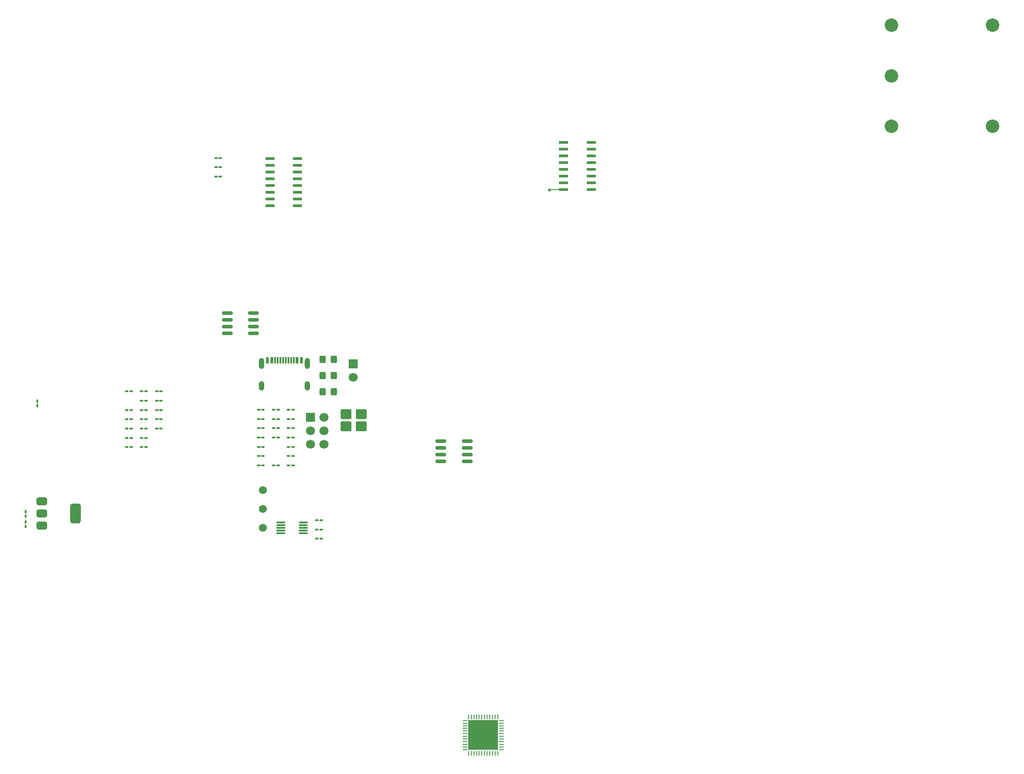
<source format=gbr>
%TF.GenerationSoftware,KiCad,Pcbnew,9.0.4*%
%TF.CreationDate,2025-09-29T16:45:49+02:00*%
%TF.ProjectId,gpsdo,67707364-6f2e-46b6-9963-61645f706362,rev?*%
%TF.SameCoordinates,Original*%
%TF.FileFunction,Copper,L1,Top*%
%TF.FilePolarity,Positive*%
%FSLAX46Y46*%
G04 Gerber Fmt 4.6, Leading zero omitted, Abs format (unit mm)*
G04 Created by KiCad (PCBNEW 9.0.4) date 2025-09-29 16:45:49*
%MOMM*%
%LPD*%
G01*
G04 APERTURE LIST*
G04 Aperture macros list*
%AMRoundRect*
0 Rectangle with rounded corners*
0 $1 Rounding radius*
0 $2 $3 $4 $5 $6 $7 $8 $9 X,Y pos of 4 corners*
0 Add a 4 corners polygon primitive as box body*
4,1,4,$2,$3,$4,$5,$6,$7,$8,$9,$2,$3,0*
0 Add four circle primitives for the rounded corners*
1,1,$1+$1,$2,$3*
1,1,$1+$1,$4,$5*
1,1,$1+$1,$6,$7*
1,1,$1+$1,$8,$9*
0 Add four rect primitives between the rounded corners*
20,1,$1+$1,$2,$3,$4,$5,0*
20,1,$1+$1,$4,$5,$6,$7,0*
20,1,$1+$1,$6,$7,$8,$9,0*
20,1,$1+$1,$8,$9,$2,$3,0*%
G04 Aperture macros list end*
%TA.AperFunction,SMDPad,CuDef*%
%ADD10RoundRect,0.250000X-0.800000X-0.650000X0.800000X-0.650000X0.800000X0.650000X-0.800000X0.650000X0*%
%TD*%
%TA.AperFunction,SMDPad,CuDef*%
%ADD11RoundRect,0.375000X-0.625000X-0.375000X0.625000X-0.375000X0.625000X0.375000X-0.625000X0.375000X0*%
%TD*%
%TA.AperFunction,SMDPad,CuDef*%
%ADD12RoundRect,0.500000X-0.500000X-1.400000X0.500000X-1.400000X0.500000X1.400000X-0.500000X1.400000X0*%
%TD*%
%TA.AperFunction,SMDPad,CuDef*%
%ADD13RoundRect,0.062500X-0.375000X-0.062500X0.375000X-0.062500X0.375000X0.062500X-0.375000X0.062500X0*%
%TD*%
%TA.AperFunction,SMDPad,CuDef*%
%ADD14RoundRect,0.062500X-0.062500X-0.375000X0.062500X-0.375000X0.062500X0.375000X-0.062500X0.375000X0*%
%TD*%
%TA.AperFunction,HeatsinkPad*%
%ADD15R,5.600000X5.600000*%
%TD*%
%TA.AperFunction,SMDPad,CuDef*%
%ADD16RoundRect,0.150000X-0.825000X-0.150000X0.825000X-0.150000X0.825000X0.150000X-0.825000X0.150000X0*%
%TD*%
%TA.AperFunction,SMDPad,CuDef*%
%ADD17RoundRect,0.087500X-0.725000X-0.087500X0.725000X-0.087500X0.725000X0.087500X-0.725000X0.087500X0*%
%TD*%
%TA.AperFunction,SMDPad,CuDef*%
%ADD18C,1.500000*%
%TD*%
%TA.AperFunction,SMDPad,CuDef*%
%ADD19RoundRect,0.100000X-0.217500X-0.100000X0.217500X-0.100000X0.217500X0.100000X-0.217500X0.100000X0*%
%TD*%
%TA.AperFunction,SMDPad,CuDef*%
%ADD20R,0.600000X1.240000*%
%TD*%
%TA.AperFunction,SMDPad,CuDef*%
%ADD21R,0.300000X1.240000*%
%TD*%
%TA.AperFunction,HeatsinkPad*%
%ADD22O,1.000000X2.100000*%
%TD*%
%TA.AperFunction,HeatsinkPad*%
%ADD23O,1.000000X1.800000*%
%TD*%
%TA.AperFunction,ComponentPad*%
%ADD24R,1.700000X1.700000*%
%TD*%
%TA.AperFunction,ComponentPad*%
%ADD25C,1.700000*%
%TD*%
%TA.AperFunction,SMDPad,CuDef*%
%ADD26RoundRect,0.250000X-0.325000X-0.450000X0.325000X-0.450000X0.325000X0.450000X-0.325000X0.450000X0*%
%TD*%
%TA.AperFunction,SMDPad,CuDef*%
%ADD27RoundRect,0.100000X-0.100000X0.217500X-0.100000X-0.217500X0.100000X-0.217500X0.100000X0.217500X0*%
%TD*%
%TA.AperFunction,SMDPad,CuDef*%
%ADD28RoundRect,0.100000X0.100000X-0.217500X0.100000X0.217500X-0.100000X0.217500X-0.100000X-0.217500X0*%
%TD*%
%TA.AperFunction,SMDPad,CuDef*%
%ADD29R,1.701800X0.533400*%
%TD*%
%TA.AperFunction,ComponentPad*%
%ADD30C,2.540000*%
%TD*%
%TA.AperFunction,ViaPad*%
%ADD31C,0.600000*%
%TD*%
%TA.AperFunction,Conductor*%
%ADD32C,0.200000*%
%TD*%
G04 APERTURE END LIST*
D10*
%TO.P,X1,1,1*%
%TO.N,OSC_IN*%
X78142500Y-123565000D03*
%TO.P,X1,2,2*%
%TO.N,GND*%
X81042500Y-123565000D03*
%TO.P,X1,3,3*%
%TO.N,OSC_OUT*%
X81042500Y-121265000D03*
%TO.P,X1,4,4*%
%TO.N,GND*%
X78142500Y-121265000D03*
%TD*%
D11*
%TO.P,U7,1,GND*%
%TO.N,GND*%
X20850000Y-137700000D03*
%TO.P,U7,2,VO*%
%TO.N,VDDA_3V3*%
X20850000Y-140000000D03*
D12*
X27150000Y-140000000D03*
D11*
%TO.P,U7,3,VI*%
%TO.N,VCC_5V*%
X20850000Y-142300000D03*
%TD*%
D13*
%TO.P,U6,1,VBAT*%
%TO.N,VDDA_3V3*%
X100562500Y-179000000D03*
%TO.P,U6,2,PC13*%
%TO.N,unconnected-(U6-PC13-Pad2)*%
X100562500Y-179500000D03*
%TO.P,U6,3,PC14*%
%TO.N,unconnected-(U6-PC14-Pad3)*%
X100562500Y-180000000D03*
%TO.P,U6,4,PC15*%
%TO.N,unconnected-(U6-PC15-Pad4)*%
X100562500Y-180500000D03*
%TO.P,U6,5,PH0*%
%TO.N,OSC_IN*%
X100562500Y-181000000D03*
%TO.P,U6,6,PH1*%
%TO.N,OSC_OUT*%
X100562500Y-181500000D03*
%TO.P,U6,7,NRST*%
%TO.N,NRST*%
X100562500Y-182000000D03*
%TO.P,U6,8,VSSA*%
%TO.N,GND*%
X100562500Y-182500000D03*
%TO.P,U6,9,VDDA*%
%TO.N,VDDA_3V3*%
X100562500Y-183000000D03*
%TO.P,U6,10,PA0*%
%TO.N,PPS_3V3*%
X100562500Y-183500000D03*
%TO.P,U6,11,PA1*%
%TO.N,OCXO_Vref*%
X100562500Y-184000000D03*
%TO.P,U6,12,PA2*%
%TO.N,LED1*%
X100562500Y-184500000D03*
D14*
%TO.P,U6,13,PA3*%
%TO.N,LED2*%
X101250000Y-185187500D03*
%TO.P,U6,14,PA4*%
%TO.N,AD5541A_CS*%
X101750000Y-185187500D03*
%TO.P,U6,15,PA5*%
%TO.N,AD5541A_SCLK*%
X102250000Y-185187500D03*
%TO.P,U6,16,PA6*%
%TO.N,unconnected-(U6-PA6-Pad16)*%
X102750000Y-185187500D03*
%TO.P,U6,17,PA7*%
%TO.N,AD5541A_DIN*%
X103250000Y-185187500D03*
%TO.P,U6,18,PB0*%
%TO.N,unconnected-(U6-PB0-Pad18)*%
X103750000Y-185187500D03*
%TO.P,U6,19,PB1*%
%TO.N,unconnected-(U6-PB1-Pad19)*%
X104250000Y-185187500D03*
%TO.P,U6,20,PB2*%
%TO.N,unconnected-(U6-PB2-Pad20)*%
X104750000Y-185187500D03*
%TO.P,U6,21,PB10*%
%TO.N,unconnected-(U6-PB10-Pad21)*%
X105250000Y-185187500D03*
%TO.P,U6,22,VCAP1*%
%TO.N,Net-(U6-VCAP1)*%
X105750000Y-185187500D03*
%TO.P,U6,23,VSS*%
%TO.N,GND*%
X106250000Y-185187500D03*
%TO.P,U6,24,VDD*%
%TO.N,VDDA_3V3*%
X106750000Y-185187500D03*
D13*
%TO.P,U6,25,PB12*%
%TO.N,unconnected-(U6-PB12-Pad25)*%
X107437500Y-184500000D03*
%TO.P,U6,26,PB13*%
%TO.N,unconnected-(U6-PB13-Pad26)*%
X107437500Y-184000000D03*
%TO.P,U6,27,PB14*%
%TO.N,unconnected-(U6-PB14-Pad27)*%
X107437500Y-183500000D03*
%TO.P,U6,28,PB15*%
%TO.N,unconnected-(U6-PB15-Pad28)*%
X107437500Y-183000000D03*
%TO.P,U6,29,PA8*%
%TO.N,OCXO_625KHZ_3V3*%
X107437500Y-182500000D03*
%TO.P,U6,30,PA9*%
%TO.N,unconnected-(U6-PA9-Pad30)*%
X107437500Y-182000000D03*
%TO.P,U6,31,PA10*%
%TO.N,unconnected-(U6-PA10-Pad31)*%
X107437500Y-181500000D03*
%TO.P,U6,32,PA11*%
%TO.N,USB_DM*%
X107437500Y-181000000D03*
%TO.P,U6,33,PA12*%
%TO.N,USB_DP*%
X107437500Y-180500000D03*
%TO.P,U6,34,PA13*%
%TO.N,SWDIO*%
X107437500Y-180000000D03*
%TO.P,U6,35,VSS*%
%TO.N,GND*%
X107437500Y-179500000D03*
%TO.P,U6,36,VDD*%
%TO.N,VDDA_3V3*%
X107437500Y-179000000D03*
D14*
%TO.P,U6,37,PA14*%
%TO.N,SWCLK*%
X106750000Y-178312500D03*
%TO.P,U6,38,PA15*%
%TO.N,unconnected-(U6-PA15-Pad38)*%
X106250000Y-178312500D03*
%TO.P,U6,39,PB3*%
%TO.N,SWO*%
X105750000Y-178312500D03*
%TO.P,U6,40,PB4*%
%TO.N,unconnected-(U6-PB4-Pad40)*%
X105250000Y-178312500D03*
%TO.P,U6,41,PB5*%
%TO.N,unconnected-(U6-PB5-Pad41)*%
X104750000Y-178312500D03*
%TO.P,U6,42,PB6*%
%TO.N,unconnected-(U6-PB6-Pad42)*%
X104250000Y-178312500D03*
%TO.P,U6,43,PB7*%
%TO.N,unconnected-(U6-PB7-Pad43)*%
X103750000Y-178312500D03*
%TO.P,U6,44,BOOT0*%
%TO.N,Net-(U6-BOOT0)*%
X103250000Y-178312500D03*
%TO.P,U6,45,PB8*%
%TO.N,unconnected-(U6-PB8-Pad45)*%
X102750000Y-178312500D03*
%TO.P,U6,46,PB9*%
%TO.N,unconnected-(U6-PB9-Pad46)*%
X102250000Y-178312500D03*
%TO.P,U6,47,VSS*%
%TO.N,GND*%
X101750000Y-178312500D03*
%TO.P,U6,48,VDD*%
%TO.N,VDDA_3V3*%
X101250000Y-178312500D03*
D15*
%TO.P,U6,49,VSS*%
%TO.N,GND*%
X104000000Y-181750000D03*
%TD*%
D16*
%TO.P,U5,1,NC*%
%TO.N,unconnected-(U5-NC-Pad1)*%
X96025000Y-126345000D03*
%TO.P,U5,2,-*%
%TO.N,V_OCXO_Buffer*%
X96025000Y-127615000D03*
%TO.P,U5,3,+*%
%TO.N,Net-(U5-+)*%
X96025000Y-128885000D03*
%TO.P,U5,4,V-*%
%TO.N,GND*%
X96025000Y-130155000D03*
%TO.P,U5,5,NC*%
%TO.N,unconnected-(U5-NC-Pad5)*%
X100975000Y-130155000D03*
%TO.P,U5,6*%
%TO.N,V_OCXO_Buffer*%
X100975000Y-128885000D03*
%TO.P,U5,7,V+*%
%TO.N,VCC_5V*%
X100975000Y-127615000D03*
%TO.P,U5,8,NC*%
%TO.N,unconnected-(U5-NC-Pad8)*%
X100975000Y-126345000D03*
%TD*%
D17*
%TO.P,U4,1,VDD*%
%TO.N,Net-(U4-VDD)*%
X65845000Y-141700000D03*
%TO.P,U4,2,VOUT*%
%TO.N,OCXO_Vref*%
X65845000Y-142200000D03*
%TO.P,U4,3,AGND*%
%TO.N,GND*%
X65845000Y-142700000D03*
%TO.P,U4,4,REF*%
%TO.N,DAC_Vref*%
X65845000Y-143200000D03*
%TO.P,U4,5,CS*%
%TO.N,AD5541A_CS*%
X65845000Y-143700000D03*
%TO.P,U4,6,SCLK*%
%TO.N,Net-(U4-SCLK)*%
X70070000Y-143700000D03*
%TO.P,U4,7,DIN*%
%TO.N,Net-(U4-DIN)*%
X70070000Y-143200000D03*
%TO.P,U4,8,LDAC*%
%TO.N,GND*%
X70070000Y-142700000D03*
%TO.P,U4,9,DGND*%
X70070000Y-142200000D03*
%TO.P,U4,10,VLOGIC*%
%TO.N,VDDA_3V3*%
X70070000Y-141700000D03*
%TD*%
D16*
%TO.P,U3,1,DNC*%
%TO.N,unconnected-(U3-DNC-Pad1)*%
X55800000Y-102190000D03*
%TO.P,U3,2,Vin*%
%TO.N,VCC_5V*%
X55800000Y-103460000D03*
%TO.P,U3,3,Temp*%
%TO.N,unconnected-(U3-Temp-Pad3)*%
X55800000Y-104730000D03*
%TO.P,U3,4,GND*%
%TO.N,GND*%
X55800000Y-106000000D03*
%TO.P,U3,5,Trim/NR*%
%TO.N,Net-(U3-Trim{slash}NR)*%
X60750000Y-106000000D03*
%TO.P,U3,6,Vout*%
%TO.N,Net-(U3-Vout)*%
X60750000Y-104730000D03*
%TO.P,U3,7,NC*%
%TO.N,unconnected-(U3-NC-Pad7)*%
X60750000Y-103460000D03*
%TO.P,U3,8,DNC*%
%TO.N,unconnected-(U3-DNC-Pad8)*%
X60750000Y-102190000D03*
%TD*%
D18*
%TO.P,TP3,1,1*%
%TO.N,DAC_Vref*%
X62477500Y-142670000D03*
%TD*%
%TO.P,TP2,1,1*%
%TO.N,OCXO_625KHZ_5V*%
X62477500Y-139120000D03*
%TD*%
%TO.P,TP1,1,1*%
%TO.N,Net-(OSC5A2B1-Vref)*%
X62477500Y-135570000D03*
%TD*%
D19*
%TO.P,R16,1*%
%TO.N,VCC_5V*%
X67320000Y-130920000D03*
%TO.P,R16,2*%
%TO.N,Net-(J3-CC2)*%
X68135000Y-130920000D03*
%TD*%
%TO.P,R15,1*%
%TO.N,VCC_5V*%
X67320000Y-129170000D03*
%TO.P,R15,2*%
%TO.N,Net-(J3-CC1)*%
X68135000Y-129170000D03*
%TD*%
%TO.P,R14,1*%
%TO.N,GND*%
X67320000Y-127420000D03*
%TO.P,R14,2*%
%TO.N,Net-(D3-K)*%
X68135000Y-127420000D03*
%TD*%
%TO.P,R13,1*%
%TO.N,LED2*%
X67320000Y-125670000D03*
%TO.P,R13,2*%
%TO.N,Net-(D2-K)*%
X68135000Y-125670000D03*
%TD*%
%TO.P,R12,1*%
%TO.N,LED1*%
X67320000Y-123920000D03*
%TO.P,R12,2*%
%TO.N,Net-(D1-K)*%
X68135000Y-123920000D03*
%TD*%
%TO.P,R11,1*%
%TO.N,PPS_3V3*%
X67320000Y-122170000D03*
%TO.P,R11,2*%
%TO.N,GND*%
X68135000Y-122170000D03*
%TD*%
%TO.P,R10,1*%
%TO.N,PPS_3V3*%
X67320000Y-120420000D03*
%TO.P,R10,2*%
%TO.N,PPS_5V*%
X68135000Y-120420000D03*
%TD*%
%TO.P,R9,1*%
%TO.N,Net-(U6-BOOT0)*%
X64510000Y-130920000D03*
%TO.P,R9,2*%
%TO.N,GND*%
X65325000Y-130920000D03*
%TD*%
%TO.P,R6,1*%
%TO.N,Net-(U4-SCLK)*%
X72660000Y-144750000D03*
%TO.P,R6,2*%
%TO.N,AD5541A_SCLK*%
X73475000Y-144750000D03*
%TD*%
%TO.P,R5,1*%
%TO.N,Net-(U4-DIN)*%
X72660000Y-143000000D03*
%TO.P,R5,2*%
%TO.N,AD5541A_DIN*%
X73475000Y-143000000D03*
%TD*%
D20*
%TO.P,J3,A1,GND*%
%TO.N,GND*%
X63347500Y-111115000D03*
%TO.P,J3,A4,VBUS*%
%TO.N,VCC_5V*%
X64147500Y-111115000D03*
D21*
%TO.P,J3,A5,CC1*%
%TO.N,Net-(J3-CC1)*%
X65297500Y-111115000D03*
%TO.P,J3,A6,D+*%
%TO.N,USB_DP*%
X66297500Y-111115000D03*
%TO.P,J3,A7,D-*%
%TO.N,USB_DM*%
X66797500Y-111115000D03*
%TO.P,J3,A8*%
%TO.N,N/C*%
X67797500Y-111115000D03*
D20*
%TO.P,J3,A9,VBUS*%
%TO.N,VCC_5V*%
X68947500Y-111115000D03*
%TO.P,J3,A12,GND*%
%TO.N,GND*%
X69747500Y-111115000D03*
%TO.P,J3,B1,GND*%
X69747500Y-111115000D03*
%TO.P,J3,B4,VBUS*%
%TO.N,VCC_5V*%
X68947500Y-111115000D03*
D21*
%TO.P,J3,B5,CC2*%
%TO.N,Net-(J3-CC2)*%
X68297500Y-111115000D03*
%TO.P,J3,B6,D+*%
%TO.N,USB_DP*%
X67297500Y-111115000D03*
%TO.P,J3,B7,D-*%
%TO.N,USB_DM*%
X65797500Y-111115000D03*
%TO.P,J3,B8*%
%TO.N,N/C*%
X64797500Y-111115000D03*
D20*
%TO.P,J3,B9,VBUS*%
%TO.N,VCC_5V*%
X64147500Y-111115000D03*
%TO.P,J3,B12,GND*%
%TO.N,GND*%
X63347500Y-111115000D03*
D22*
%TO.P,J3,S1,SHIELD*%
X62227500Y-111715000D03*
D23*
X62227500Y-115915000D03*
D22*
X70867500Y-111715000D03*
D23*
X70867500Y-115915000D03*
%TD*%
D24*
%TO.P,J2,1,Pin_1*%
%TO.N,VDDA_3V3*%
X71427500Y-121840000D03*
D25*
%TO.P,J2,2,Pin_2*%
%TO.N,NRST*%
X73967500Y-121840000D03*
%TO.P,J2,3,Pin_3*%
%TO.N,SWO*%
X71427500Y-124380000D03*
%TO.P,J2,4,Pin_4*%
%TO.N,SWCLK*%
X73967500Y-124380000D03*
%TO.P,J2,5,Pin_5*%
%TO.N,SWDIO*%
X71427500Y-126920000D03*
%TO.P,J2,6,Pin_6*%
%TO.N,GND*%
X73967500Y-126920000D03*
%TD*%
D24*
%TO.P,J1,1,Pin_1*%
%TO.N,PPS_5V*%
X79477500Y-111760000D03*
D25*
%TO.P,J1,2,Pin_2*%
%TO.N,GND*%
X79477500Y-114300000D03*
%TD*%
D26*
%TO.P,D3,1,K*%
%TO.N,Net-(D3-K)*%
X73787500Y-117065000D03*
%TO.P,D3,2,A*%
%TO.N,VDDA_3V3*%
X75837500Y-117065000D03*
%TD*%
%TO.P,D2,1,K*%
%TO.N,Net-(D2-K)*%
X73787500Y-114025000D03*
%TO.P,D2,2,A*%
%TO.N,VDDA_3V3*%
X75837500Y-114025000D03*
%TD*%
%TO.P,D1,1,K*%
%TO.N,Net-(D1-K)*%
X73787500Y-110985000D03*
%TO.P,D1,2,A*%
%TO.N,VDDA_3V3*%
X75837500Y-110985000D03*
%TD*%
D27*
%TO.P,C29,1*%
%TO.N,VDDA_3V3*%
X17750000Y-139660000D03*
%TO.P,C29,2*%
%TO.N,GND*%
X17750000Y-140475000D03*
%TD*%
D28*
%TO.P,C28,2*%
%TO.N,GND*%
X17750000Y-141592500D03*
%TO.P,C28,1*%
%TO.N,VCC_5V*%
X17750000Y-142407500D03*
%TD*%
D19*
%TO.P,C27,1*%
%TO.N,VDDA_3V3*%
X64510000Y-125670000D03*
%TO.P,C27,2*%
%TO.N,GND*%
X65325000Y-125670000D03*
%TD*%
%TO.P,C26,1*%
%TO.N,VDDA_3V3*%
X64510000Y-123920000D03*
%TO.P,C26,2*%
%TO.N,GND*%
X65325000Y-123920000D03*
%TD*%
%TO.P,C25,1*%
%TO.N,VDDA_3V3*%
X64510000Y-122170000D03*
%TO.P,C25,2*%
%TO.N,GND*%
X65325000Y-122170000D03*
%TD*%
%TO.P,C24,1*%
%TO.N,VDDA_3V3*%
X64510000Y-120420000D03*
%TO.P,C24,2*%
%TO.N,GND*%
X65325000Y-120420000D03*
%TD*%
%TO.P,C23,1*%
%TO.N,VDDA_3V3*%
X61700000Y-130920000D03*
%TO.P,C23,2*%
%TO.N,GND*%
X62515000Y-130920000D03*
%TD*%
%TO.P,C22,1*%
%TO.N,VDDA_3V3*%
X61700000Y-129170000D03*
%TO.P,C22,2*%
%TO.N,GND*%
X62515000Y-129170000D03*
%TD*%
%TO.P,C21,1*%
%TO.N,VDDA_3V3*%
X61700000Y-127420000D03*
%TO.P,C21,2*%
%TO.N,GND*%
X62515000Y-127420000D03*
%TD*%
%TO.P,C20,1*%
%TO.N,VDDA_3V3*%
X61700000Y-125670000D03*
%TO.P,C20,2*%
%TO.N,GND*%
X62515000Y-125670000D03*
%TD*%
%TO.P,C19,1*%
%TO.N,VDDA_3V3*%
X61700000Y-123920000D03*
%TO.P,C19,2*%
%TO.N,GND*%
X62515000Y-123920000D03*
%TD*%
%TO.P,C18,1*%
%TO.N,Net-(U6-VCAP1)*%
X61700000Y-122170000D03*
%TO.P,C18,2*%
%TO.N,GND*%
X62515000Y-122170000D03*
%TD*%
%TO.P,C17,1*%
%TO.N,OSC_OUT*%
X61700000Y-120420000D03*
%TO.P,C17,2*%
%TO.N,GND*%
X62515000Y-120420000D03*
%TD*%
%TO.P,C15,1*%
%TO.N,VDDA_3V3*%
X72660000Y-141250000D03*
%TO.P,C15,2*%
%TO.N,GND*%
X73475000Y-141250000D03*
%TD*%
%TO.P,R8,1*%
%TO.N,V_OCXO_Buffer*%
X42470000Y-124000000D03*
%TO.P,R8,2*%
%TO.N,DAC_Vref*%
X43285000Y-124000000D03*
%TD*%
%TO.P,R7,1*%
%TO.N,AD5541A_CS*%
X42470000Y-122250000D03*
%TO.P,R7,2*%
%TO.N,VDDA_3V3*%
X43285000Y-122250000D03*
%TD*%
%TO.P,R4,1*%
%TO.N,Net-(U3-Vout)*%
X42470000Y-120500000D03*
%TO.P,R4,2*%
%TO.N,Net-(U5-+)*%
X43285000Y-120500000D03*
%TD*%
%TO.P,R3,1*%
%TO.N,OCXO_625KHZ_3V3*%
X42470000Y-118750000D03*
%TO.P,R3,2*%
%TO.N,GND*%
X43285000Y-118750000D03*
%TD*%
%TO.P,R2,1*%
%TO.N,OCXO_625KHZ_3V3*%
X42470000Y-117000000D03*
%TO.P,R2,2*%
%TO.N,OCXO_625KHZ_5V*%
X43285000Y-117000000D03*
%TD*%
%TO.P,R1,1*%
%TO.N,OCXO_Vref*%
X39660000Y-127500000D03*
%TO.P,R1,2*%
%TO.N,Net-(OSC5A2B1-Vref)*%
X40475000Y-127500000D03*
%TD*%
%TO.P,L1,1,1*%
%TO.N,VCC_5V*%
X39660000Y-125750000D03*
%TO.P,L1,2,2*%
%TO.N,Net-(U4-VDD)*%
X40475000Y-125750000D03*
%TD*%
%TO.P,C16,1*%
%TO.N,OSC_IN*%
X39660000Y-124000000D03*
%TO.P,C16,2*%
%TO.N,GND*%
X40475000Y-124000000D03*
%TD*%
%TO.P,C14,1*%
%TO.N,Net-(U3-Vout)*%
X39660000Y-122250000D03*
%TO.P,C14,2*%
%TO.N,GND*%
X40475000Y-122250000D03*
%TD*%
%TO.P,C13,1*%
%TO.N,Net-(U3-Vout)*%
X39660000Y-120500000D03*
%TO.P,C13,2*%
%TO.N,GND*%
X40475000Y-120500000D03*
%TD*%
%TO.P,C12,1*%
%TO.N,Net-(U3-Trim{slash}NR)*%
X39660000Y-118750000D03*
%TO.P,C12,2*%
%TO.N,GND*%
X40475000Y-118750000D03*
%TD*%
%TO.P,C11,1*%
%TO.N,DAC_Vref*%
X39660000Y-117000000D03*
%TO.P,C11,2*%
%TO.N,GND*%
X40475000Y-117000000D03*
%TD*%
%TO.P,C10,1*%
%TO.N,DAC_Vref*%
X36850000Y-127500000D03*
%TO.P,C10,2*%
%TO.N,GND*%
X37665000Y-127500000D03*
%TD*%
%TO.P,C9,1*%
%TO.N,Net-(U4-VDD)*%
X36850000Y-125750000D03*
%TO.P,C9,2*%
%TO.N,GND*%
X37665000Y-125750000D03*
%TD*%
%TO.P,C8,1*%
%TO.N,VCC_5V*%
X36850000Y-124000000D03*
%TO.P,C8,2*%
%TO.N,GND*%
X37665000Y-124000000D03*
%TD*%
%TO.P,C7,1*%
%TO.N,VCC_5V*%
X36850000Y-122250000D03*
%TO.P,C7,2*%
%TO.N,GND*%
X37665000Y-122250000D03*
%TD*%
%TO.P,C6,1*%
%TO.N,VCC_5V*%
X36850000Y-120500000D03*
%TO.P,C6,2*%
%TO.N,GND*%
X37665000Y-120500000D03*
%TD*%
D28*
%TO.P,C5,1*%
%TO.N,VCC_5V*%
X20000000Y-119657500D03*
%TO.P,C5,2*%
%TO.N,GND*%
X20000000Y-118842500D03*
%TD*%
D19*
%TO.P,C4,1*%
%TO.N,Net-(OSC5A2B1-Vref)*%
X36850000Y-117000000D03*
%TO.P,C4,2*%
%TO.N,GND*%
X37665000Y-117000000D03*
%TD*%
%TO.P,C3,1*%
%TO.N,Net-(OSC5A2B1-Vref)*%
X53660000Y-76500000D03*
%TO.P,C3,2*%
%TO.N,GND*%
X54475000Y-76500000D03*
%TD*%
D29*
%TO.P,U1,1,Q11*%
%TO.N,CNT_Q11*%
X63818400Y-73110000D03*
%TO.P,U1,2,Q5*%
%TO.N,unconnected-(U1-Q5-Pad2)*%
X63818400Y-74380000D03*
%TO.P,U1,3,Q4*%
%TO.N,unconnected-(U1-Q4-Pad3)*%
X63818400Y-75650000D03*
%TO.P,U1,4,Q6*%
%TO.N,unconnected-(U1-Q6-Pad4)*%
X63818400Y-76920000D03*
%TO.P,U1,5,Q3*%
%TO.N,unconnected-(U1-Q3-Pad5)*%
X63818400Y-78190000D03*
%TO.P,U1,6,Q2*%
%TO.N,unconnected-(U1-Q2-Pad6)*%
X63818400Y-79460000D03*
%TO.P,U1,7,Q1*%
%TO.N,unconnected-(U1-Q1-Pad7)*%
X63818400Y-80730000D03*
%TO.P,U1,8,GND*%
%TO.N,GND*%
X63818400Y-82000000D03*
%TO.P,U1,9,Q0*%
%TO.N,unconnected-(U1-Q0-Pad9)*%
X69000000Y-82000000D03*
%TO.P,U1,10,~CP*%
%TO.N,OCXO_Out*%
X69000000Y-80730000D03*
%TO.P,U1,11,MR*%
%TO.N,GND*%
X69000000Y-79460000D03*
%TO.P,U1,12,Q8*%
%TO.N,unconnected-(U1-Q8-Pad12)*%
X69000000Y-78190000D03*
%TO.P,U1,13,Q7*%
%TO.N,unconnected-(U1-Q7-Pad13)*%
X69000000Y-76920000D03*
%TO.P,U1,14,Q9*%
%TO.N,unconnected-(U1-Q9-Pad14)*%
X69000000Y-75650000D03*
%TO.P,U1,15,Q10*%
%TO.N,unconnected-(U1-Q10-Pad15)*%
X69000000Y-74380000D03*
%TO.P,U1,16,VCC*%
%TO.N,VCC_5V*%
X69000000Y-73110000D03*
%TD*%
%TO.P,U2,1,Q11*%
%TO.N,unconnected-(U2-Q11-Pad1)*%
X119159200Y-70055000D03*
%TO.P,U2,2,Q5*%
%TO.N,unconnected-(U2-Q5-Pad2)*%
X119159200Y-71325000D03*
%TO.P,U2,3,Q4*%
%TO.N,unconnected-(U2-Q4-Pad3)*%
X119159200Y-72595000D03*
%TO.P,U2,4,Q6*%
%TO.N,unconnected-(U2-Q6-Pad4)*%
X119159200Y-73865000D03*
%TO.P,U2,5,Q3*%
%TO.N,OCXO_625KHZ_5V*%
X119159200Y-75135000D03*
%TO.P,U2,6,Q2*%
%TO.N,unconnected-(U2-Q2-Pad6)*%
X119159200Y-76405000D03*
%TO.P,U2,7,Q1*%
%TO.N,unconnected-(U2-Q1-Pad7)*%
X119159200Y-77675000D03*
%TO.P,U2,8,GND*%
%TO.N,GND*%
X119159200Y-78945000D03*
%TO.P,U2,9,Q0*%
%TO.N,unconnected-(U2-Q0-Pad9)*%
X124340800Y-78945000D03*
%TO.P,U2,10,~CP*%
%TO.N,CNT_Q11*%
X124340800Y-77675000D03*
%TO.P,U2,11,MR*%
%TO.N,GND*%
X124340800Y-76405000D03*
%TO.P,U2,12,Q8*%
%TO.N,unconnected-(U2-Q8-Pad12)*%
X124340800Y-75135000D03*
%TO.P,U2,13,Q7*%
%TO.N,unconnected-(U2-Q7-Pad13)*%
X124340800Y-73865000D03*
%TO.P,U2,14,Q9*%
%TO.N,unconnected-(U2-Q9-Pad14)*%
X124340800Y-72595000D03*
%TO.P,U2,15,Q10*%
%TO.N,unconnected-(U2-Q10-Pad15)*%
X124340800Y-71325000D03*
%TO.P,U2,16,VCC*%
%TO.N,VCC_5V*%
X124340800Y-70055000D03*
%TD*%
D19*
%TO.P,C1,1*%
%TO.N,VCC_5V*%
X53660000Y-73000000D03*
%TO.P,C1,2*%
%TO.N,GND*%
X54475000Y-73000000D03*
%TD*%
%TO.P,C2,1*%
%TO.N,VCC_5V*%
X53660000Y-74750000D03*
%TO.P,C2,2*%
%TO.N,GND*%
X54475000Y-74750000D03*
%TD*%
D30*
%TO.P,OSC5A2B1,1,Out*%
%TO.N,OCXO_Out*%
X180975000Y-47975000D03*
%TO.P,OSC5A2B1,2,GND*%
%TO.N,GND*%
X180975000Y-57500000D03*
%TO.P,OSC5A2B1,3,Vref*%
%TO.N,Net-(OSC5A2B1-Vref)*%
X180975000Y-67025000D03*
%TO.P,OSC5A2B1,4,NC*%
%TO.N,unconnected-(OSC5A2B1-NC-Pad4)*%
X200025000Y-67025000D03*
%TO.P,OSC5A2B1,5,Vcc*%
%TO.N,VCC_5V*%
X200025000Y-47975000D03*
%TD*%
D31*
%TO.N,GND*%
X116500000Y-79000000D03*
%TD*%
D32*
%TO.N,GND*%
X116555000Y-78945000D02*
X116500000Y-79000000D01*
X119159200Y-78945000D02*
X116555000Y-78945000D01*
%TD*%
M02*

</source>
